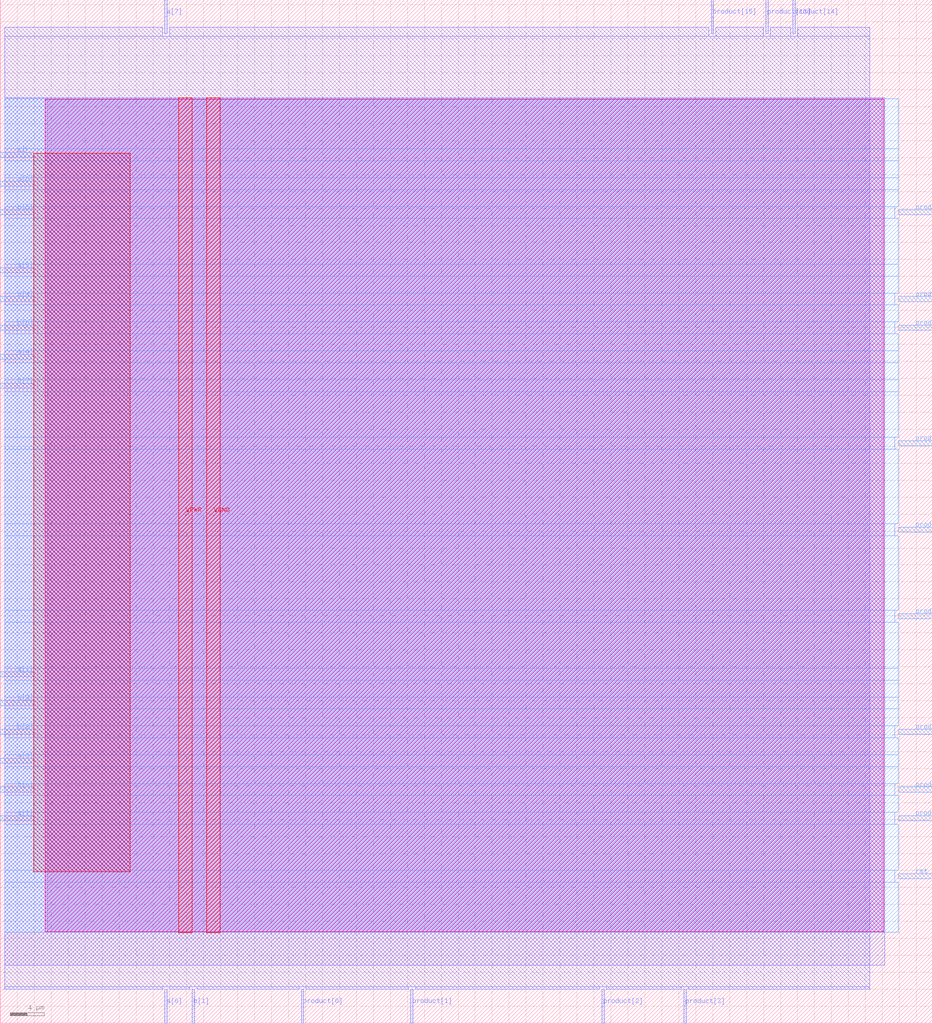
<source format=lef>
VERSION 5.7 ;
  NOWIREEXTENSIONATPIN ON ;
  DIVIDERCHAR "/" ;
  BUSBITCHARS "[]" ;
MACRO mult
  CLASS BLOCK ;
  FOREIGN mult ;
  ORIGIN 0.000 0.000 ;
  SIZE 109.880 BY 120.600 ;
  PIN VGND
    DIRECTION INOUT ;
    USE GROUND ;
    PORT
      LAYER met4 ;
        RECT 24.340 10.640 25.940 109.040 ;
    END
  END VGND
  PIN VPWR
    DIRECTION INOUT ;
    USE POWER ;
    PORT
      LAYER met4 ;
        RECT 21.040 10.640 22.640 109.040 ;
    END
  END VPWR
  PIN a[0]
    DIRECTION INPUT ;
    USE SIGNAL ;
    ANTENNAGATEAREA 0.196500 ;
    PORT
      LAYER met2 ;
        RECT 19.410 0.000 19.690 4.000 ;
    END
  END a[0]
  PIN a[1]
    DIRECTION INPUT ;
    USE SIGNAL ;
    ANTENNAGATEAREA 0.196500 ;
    PORT
      LAYER met3 ;
        RECT 0.000 23.840 4.000 24.440 ;
    END
  END a[1]
  PIN a[2]
    DIRECTION INPUT ;
    USE SIGNAL ;
    ANTENNAGATEAREA 0.196500 ;
    PORT
      LAYER met3 ;
        RECT 0.000 30.640 4.000 31.240 ;
    END
  END a[2]
  PIN a[3]
    DIRECTION INPUT ;
    USE SIGNAL ;
    ANTENNAGATEAREA 0.196500 ;
    PORT
      LAYER met3 ;
        RECT 0.000 40.840 4.000 41.440 ;
    END
  END a[3]
  PIN a[4]
    DIRECTION INPUT ;
    USE SIGNAL ;
    ANTENNAGATEAREA 0.196500 ;
    PORT
      LAYER met3 ;
        RECT 0.000 78.240 4.000 78.840 ;
    END
  END a[4]
  PIN a[5]
    DIRECTION INPUT ;
    USE SIGNAL ;
    ANTENNAGATEAREA 0.196500 ;
    PORT
      LAYER met3 ;
        RECT 0.000 88.440 4.000 89.040 ;
    END
  END a[5]
  PIN a[6]
    DIRECTION INPUT ;
    USE SIGNAL ;
    ANTENNAGATEAREA 0.196500 ;
    PORT
      LAYER met3 ;
        RECT 0.000 98.640 4.000 99.240 ;
    END
  END a[6]
  PIN a[7]
    DIRECTION INPUT ;
    USE SIGNAL ;
    ANTENNAGATEAREA 0.196500 ;
    PORT
      LAYER met2 ;
        RECT 19.410 116.600 19.690 120.600 ;
    END
  END a[7]
  PIN b[0]
    DIRECTION INPUT ;
    USE SIGNAL ;
    ANTENNAGATEAREA 0.196500 ;
    PORT
      LAYER met3 ;
        RECT 0.000 27.240 4.000 27.840 ;
    END
  END b[0]
  PIN b[1]
    DIRECTION INPUT ;
    USE SIGNAL ;
    ANTENNAGATEAREA 0.196500 ;
    PORT
      LAYER met2 ;
        RECT 22.630 0.000 22.910 4.000 ;
    END
  END b[1]
  PIN b[2]
    DIRECTION INPUT ;
    USE SIGNAL ;
    ANTENNAGATEAREA 0.196500 ;
    PORT
      LAYER met3 ;
        RECT 0.000 34.040 4.000 34.640 ;
    END
  END b[2]
  PIN b[3]
    DIRECTION INPUT ;
    USE SIGNAL ;
    ANTENNAGATEAREA 0.196500 ;
    PORT
      LAYER met3 ;
        RECT 0.000 37.440 4.000 38.040 ;
    END
  END b[3]
  PIN b[4]
    DIRECTION INPUT ;
    USE SIGNAL ;
    ANTENNAGATEAREA 0.196500 ;
    PORT
      LAYER met3 ;
        RECT 0.000 85.040 4.000 85.640 ;
    END
  END b[4]
  PIN b[5]
    DIRECTION INPUT ;
    USE SIGNAL ;
    ANTENNAGATEAREA 0.196500 ;
    PORT
      LAYER met3 ;
        RECT 0.000 95.240 4.000 95.840 ;
    END
  END b[5]
  PIN b[6]
    DIRECTION INPUT ;
    USE SIGNAL ;
    ANTENNAGATEAREA 0.196500 ;
    PORT
      LAYER met3 ;
        RECT 0.000 81.640 4.000 82.240 ;
    END
  END b[6]
  PIN b[7]
    DIRECTION INPUT ;
    USE SIGNAL ;
    ANTENNAGATEAREA 0.196500 ;
    PORT
      LAYER met3 ;
        RECT 0.000 74.840 4.000 75.440 ;
    END
  END b[7]
  PIN clk
    DIRECTION INPUT ;
    USE SIGNAL ;
    ANTENNAGATEAREA 0.852000 ;
    PORT
      LAYER met3 ;
        RECT 0.000 102.040 4.000 102.640 ;
    END
  END clk
  PIN product[0]
    DIRECTION OUTPUT ;
    USE SIGNAL ;
    ANTENNADIFFAREA 0.445500 ;
    PORT
      LAYER met2 ;
        RECT 35.510 0.000 35.790 4.000 ;
    END
  END product[0]
  PIN product[10]
    DIRECTION OUTPUT ;
    USE SIGNAL ;
    ANTENNADIFFAREA 0.445500 ;
    PORT
      LAYER met3 ;
        RECT 105.880 81.640 109.880 82.240 ;
    END
  END product[10]
  PIN product[11]
    DIRECTION OUTPUT ;
    USE SIGNAL ;
    ANTENNADIFFAREA 0.445500 ;
    PORT
      LAYER met3 ;
        RECT 105.880 85.040 109.880 85.640 ;
    END
  END product[11]
  PIN product[12]
    DIRECTION OUTPUT ;
    USE SIGNAL ;
    ANTENNADIFFAREA 0.445500 ;
    PORT
      LAYER met3 ;
        RECT 105.880 95.240 109.880 95.840 ;
    END
  END product[12]
  PIN product[13]
    DIRECTION OUTPUT ;
    USE SIGNAL ;
    ANTENNADIFFAREA 0.445500 ;
    PORT
      LAYER met2 ;
        RECT 90.250 116.600 90.530 120.600 ;
    END
  END product[13]
  PIN product[14]
    DIRECTION OUTPUT ;
    USE SIGNAL ;
    ANTENNADIFFAREA 0.445500 ;
    PORT
      LAYER met2 ;
        RECT 93.470 116.600 93.750 120.600 ;
    END
  END product[14]
  PIN product[15]
    DIRECTION OUTPUT ;
    USE SIGNAL ;
    ANTENNADIFFAREA 0.445500 ;
    PORT
      LAYER met2 ;
        RECT 83.810 116.600 84.090 120.600 ;
    END
  END product[15]
  PIN product[1]
    DIRECTION OUTPUT ;
    USE SIGNAL ;
    ANTENNADIFFAREA 0.445500 ;
    PORT
      LAYER met2 ;
        RECT 48.390 0.000 48.670 4.000 ;
    END
  END product[1]
  PIN product[2]
    DIRECTION OUTPUT ;
    USE SIGNAL ;
    ANTENNADIFFAREA 0.445500 ;
    PORT
      LAYER met2 ;
        RECT 70.930 0.000 71.210 4.000 ;
    END
  END product[2]
  PIN product[3]
    DIRECTION OUTPUT ;
    USE SIGNAL ;
    ANTENNADIFFAREA 0.445500 ;
    PORT
      LAYER met2 ;
        RECT 80.590 0.000 80.870 4.000 ;
    END
  END product[3]
  PIN product[4]
    DIRECTION OUTPUT ;
    USE SIGNAL ;
    ANTENNADIFFAREA 0.445500 ;
    PORT
      LAYER met3 ;
        RECT 105.880 23.840 109.880 24.440 ;
    END
  END product[4]
  PIN product[5]
    DIRECTION OUTPUT ;
    USE SIGNAL ;
    ANTENNADIFFAREA 0.445500 ;
    PORT
      LAYER met3 ;
        RECT 105.880 27.240 109.880 27.840 ;
    END
  END product[5]
  PIN product[6]
    DIRECTION OUTPUT ;
    USE SIGNAL ;
    ANTENNADIFFAREA 0.445500 ;
    PORT
      LAYER met3 ;
        RECT 105.880 34.040 109.880 34.640 ;
    END
  END product[6]
  PIN product[7]
    DIRECTION OUTPUT ;
    USE SIGNAL ;
    ANTENNADIFFAREA 0.445500 ;
    PORT
      LAYER met3 ;
        RECT 105.880 47.640 109.880 48.240 ;
    END
  END product[7]
  PIN product[8]
    DIRECTION OUTPUT ;
    USE SIGNAL ;
    ANTENNADIFFAREA 0.445500 ;
    PORT
      LAYER met3 ;
        RECT 105.880 57.840 109.880 58.440 ;
    END
  END product[8]
  PIN product[9]
    DIRECTION OUTPUT ;
    USE SIGNAL ;
    ANTENNADIFFAREA 0.445500 ;
    PORT
      LAYER met3 ;
        RECT 105.880 68.040 109.880 68.640 ;
    END
  END product[9]
  PIN rst
    DIRECTION INPUT ;
    USE SIGNAL ;
    ANTENNAGATEAREA 0.126000 ;
    PORT
      LAYER met3 ;
        RECT 105.880 17.040 109.880 17.640 ;
    END
  END rst
  OBS
      LAYER nwell ;
        RECT 5.330 10.795 104.150 108.885 ;
      LAYER li1 ;
        RECT 5.520 10.795 103.960 108.885 ;
      LAYER met1 ;
        RECT 0.530 6.840 104.260 109.040 ;
      LAYER met2 ;
        RECT 0.550 116.320 19.130 117.370 ;
        RECT 19.970 116.320 83.530 117.370 ;
        RECT 84.370 116.320 89.970 117.370 ;
        RECT 90.810 116.320 93.190 117.370 ;
        RECT 94.030 116.320 102.490 117.370 ;
        RECT 0.550 4.280 102.490 116.320 ;
        RECT 0.550 4.000 19.130 4.280 ;
        RECT 19.970 4.000 22.350 4.280 ;
        RECT 23.190 4.000 35.230 4.280 ;
        RECT 36.070 4.000 48.110 4.280 ;
        RECT 48.950 4.000 70.650 4.280 ;
        RECT 71.490 4.000 80.310 4.280 ;
        RECT 81.150 4.000 102.490 4.280 ;
      LAYER met3 ;
        RECT 0.525 103.040 105.880 108.965 ;
        RECT 4.400 101.640 105.880 103.040 ;
        RECT 0.525 99.640 105.880 101.640 ;
        RECT 4.400 98.240 105.880 99.640 ;
        RECT 0.525 96.240 105.880 98.240 ;
        RECT 4.400 94.840 105.480 96.240 ;
        RECT 0.525 89.440 105.880 94.840 ;
        RECT 4.400 88.040 105.880 89.440 ;
        RECT 0.525 86.040 105.880 88.040 ;
        RECT 4.400 84.640 105.480 86.040 ;
        RECT 0.525 82.640 105.880 84.640 ;
        RECT 4.400 81.240 105.480 82.640 ;
        RECT 0.525 79.240 105.880 81.240 ;
        RECT 4.400 77.840 105.880 79.240 ;
        RECT 0.525 75.840 105.880 77.840 ;
        RECT 4.400 74.440 105.880 75.840 ;
        RECT 0.525 69.040 105.880 74.440 ;
        RECT 0.525 67.640 105.480 69.040 ;
        RECT 0.525 58.840 105.880 67.640 ;
        RECT 0.525 57.440 105.480 58.840 ;
        RECT 0.525 48.640 105.880 57.440 ;
        RECT 0.525 47.240 105.480 48.640 ;
        RECT 0.525 41.840 105.880 47.240 ;
        RECT 4.400 40.440 105.880 41.840 ;
        RECT 0.525 38.440 105.880 40.440 ;
        RECT 4.400 37.040 105.880 38.440 ;
        RECT 0.525 35.040 105.880 37.040 ;
        RECT 4.400 33.640 105.480 35.040 ;
        RECT 0.525 31.640 105.880 33.640 ;
        RECT 4.400 30.240 105.880 31.640 ;
        RECT 0.525 28.240 105.880 30.240 ;
        RECT 4.400 26.840 105.480 28.240 ;
        RECT 0.525 24.840 105.880 26.840 ;
        RECT 4.400 23.440 105.480 24.840 ;
        RECT 0.525 18.040 105.880 23.440 ;
        RECT 0.525 16.640 105.480 18.040 ;
        RECT 0.525 10.715 105.880 16.640 ;
      LAYER met4 ;
        RECT 3.975 17.855 15.345 102.505 ;
  END
END mult
END LIBRARY


</source>
